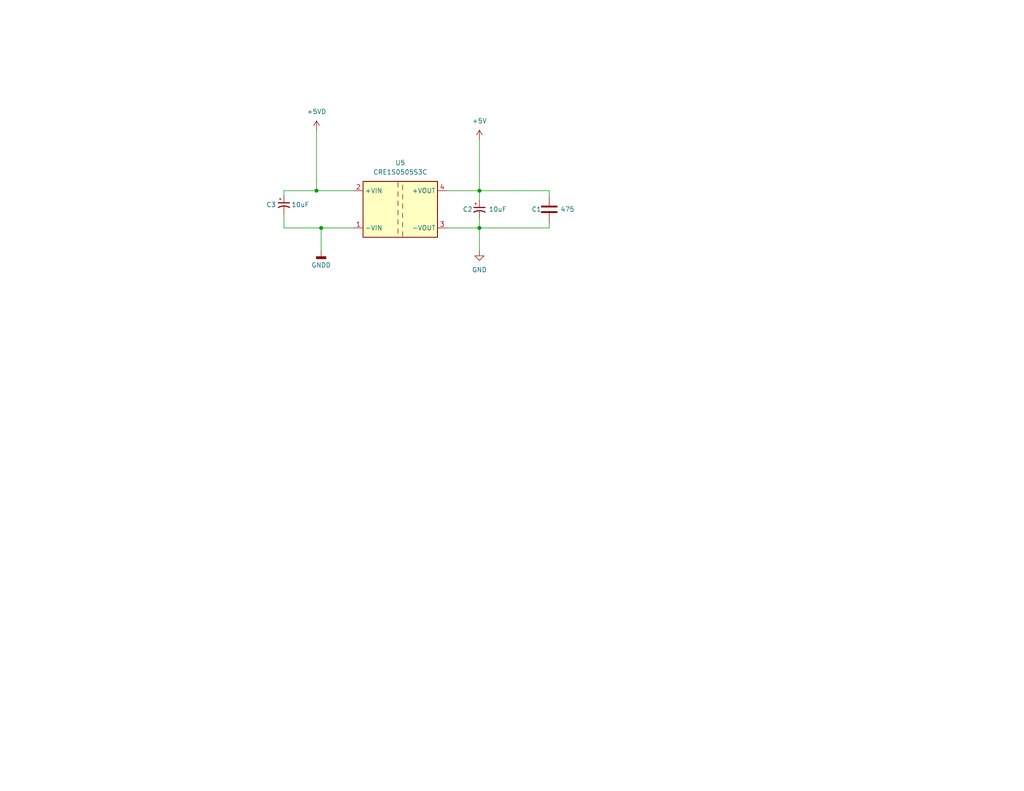
<source format=kicad_sch>
(kicad_sch
	(version 20231120)
	(generator "eeschema")
	(generator_version "8.0")
	(uuid "883ecac5-1a94-4924-9b37-e7e071b86863")
	(paper "USLetter")
	(title_block
		(title "Digital Modes - Radio Interface")
		(rev "0.96")
		(company "VA7DBI")
	)
	(lib_symbols
		(symbol "Device:C"
			(pin_numbers hide)
			(pin_names
				(offset 0.254)
			)
			(exclude_from_sim no)
			(in_bom yes)
			(on_board yes)
			(property "Reference" "C"
				(at 0.635 2.54 0)
				(effects
					(font
						(size 1.27 1.27)
					)
					(justify left)
				)
			)
			(property "Value" "C"
				(at 0.635 -2.54 0)
				(effects
					(font
						(size 1.27 1.27)
					)
					(justify left)
				)
			)
			(property "Footprint" ""
				(at 0.9652 -3.81 0)
				(effects
					(font
						(size 1.27 1.27)
					)
					(hide yes)
				)
			)
			(property "Datasheet" "~"
				(at 0 0 0)
				(effects
					(font
						(size 1.27 1.27)
					)
					(hide yes)
				)
			)
			(property "Description" "Unpolarized capacitor"
				(at 0 0 0)
				(effects
					(font
						(size 1.27 1.27)
					)
					(hide yes)
				)
			)
			(property "ki_keywords" "cap capacitor"
				(at 0 0 0)
				(effects
					(font
						(size 1.27 1.27)
					)
					(hide yes)
				)
			)
			(property "ki_fp_filters" "C_*"
				(at 0 0 0)
				(effects
					(font
						(size 1.27 1.27)
					)
					(hide yes)
				)
			)
			(symbol "C_0_1"
				(polyline
					(pts
						(xy -2.032 -0.762) (xy 2.032 -0.762)
					)
					(stroke
						(width 0.508)
						(type default)
					)
					(fill
						(type none)
					)
				)
				(polyline
					(pts
						(xy -2.032 0.762) (xy 2.032 0.762)
					)
					(stroke
						(width 0.508)
						(type default)
					)
					(fill
						(type none)
					)
				)
			)
			(symbol "C_1_1"
				(pin passive line
					(at 0 3.81 270)
					(length 2.794)
					(name "~"
						(effects
							(font
								(size 1.27 1.27)
							)
						)
					)
					(number "1"
						(effects
							(font
								(size 1.27 1.27)
							)
						)
					)
				)
				(pin passive line
					(at 0 -3.81 90)
					(length 2.794)
					(name "~"
						(effects
							(font
								(size 1.27 1.27)
							)
						)
					)
					(number "2"
						(effects
							(font
								(size 1.27 1.27)
							)
						)
					)
				)
			)
		)
		(symbol "Device:C_Polarized_Small_US"
			(pin_numbers hide)
			(pin_names
				(offset 0.254) hide)
			(exclude_from_sim no)
			(in_bom yes)
			(on_board yes)
			(property "Reference" "C"
				(at 0.254 1.778 0)
				(effects
					(font
						(size 1.27 1.27)
					)
					(justify left)
				)
			)
			(property "Value" "C_Polarized_Small_US"
				(at 0.254 -2.032 0)
				(effects
					(font
						(size 1.27 1.27)
					)
					(justify left)
				)
			)
			(property "Footprint" ""
				(at 0 0 0)
				(effects
					(font
						(size 1.27 1.27)
					)
					(hide yes)
				)
			)
			(property "Datasheet" "~"
				(at 0 0 0)
				(effects
					(font
						(size 1.27 1.27)
					)
					(hide yes)
				)
			)
			(property "Description" "Polarized capacitor, small US symbol"
				(at 0 0 0)
				(effects
					(font
						(size 1.27 1.27)
					)
					(hide yes)
				)
			)
			(property "ki_keywords" "cap capacitor"
				(at 0 0 0)
				(effects
					(font
						(size 1.27 1.27)
					)
					(hide yes)
				)
			)
			(property "ki_fp_filters" "CP_*"
				(at 0 0 0)
				(effects
					(font
						(size 1.27 1.27)
					)
					(hide yes)
				)
			)
			(symbol "C_Polarized_Small_US_0_1"
				(polyline
					(pts
						(xy -1.524 0.508) (xy 1.524 0.508)
					)
					(stroke
						(width 0.3048)
						(type default)
					)
					(fill
						(type none)
					)
				)
				(polyline
					(pts
						(xy -1.27 1.524) (xy -0.762 1.524)
					)
					(stroke
						(width 0)
						(type default)
					)
					(fill
						(type none)
					)
				)
				(polyline
					(pts
						(xy -1.016 1.27) (xy -1.016 1.778)
					)
					(stroke
						(width 0)
						(type default)
					)
					(fill
						(type none)
					)
				)
				(arc
					(start 1.524 -0.762)
					(mid 0 -0.3734)
					(end -1.524 -0.762)
					(stroke
						(width 0.3048)
						(type default)
					)
					(fill
						(type none)
					)
				)
			)
			(symbol "C_Polarized_Small_US_1_1"
				(pin passive line
					(at 0 2.54 270)
					(length 2.032)
					(name "~"
						(effects
							(font
								(size 1.27 1.27)
							)
						)
					)
					(number "1"
						(effects
							(font
								(size 1.27 1.27)
							)
						)
					)
				)
				(pin passive line
					(at 0 -2.54 90)
					(length 2.032)
					(name "~"
						(effects
							(font
								(size 1.27 1.27)
							)
						)
					)
					(number "2"
						(effects
							(font
								(size 1.27 1.27)
							)
						)
					)
				)
			)
		)
		(symbol "Regulator_Switching:CRE1S0505S3C"
			(exclude_from_sim no)
			(in_bom yes)
			(on_board yes)
			(property "Reference" "U"
				(at -8.89 8.89 0)
				(effects
					(font
						(size 1.27 1.27)
					)
				)
			)
			(property "Value" "CRE1S0505S3C"
				(at 2.54 8.89 0)
				(effects
					(font
						(size 1.27 1.27)
					)
				)
			)
			(property "Footprint" "Converter_DCDC:Converter_DCDC_Murata_CRE1xxxxxx3C_THT"
				(at 0 -10.16 0)
				(effects
					(font
						(size 1.27 1.27)
					)
					(hide yes)
				)
			)
			(property "Datasheet" "http://power.murata.com/datasheet?/data/power/ncl/kdc_cre1.pdf"
				(at 0 -12.7 0)
				(effects
					(font
						(size 1.27 1.27)
					)
					(hide yes)
				)
			)
			(property "Description" "5V to 5V 200mA, Isolated 2W Single-Output DC-DC Converter Modules with 3kV isolation, SIP-4"
				(at 0 0 0)
				(effects
					(font
						(size 1.27 1.27)
					)
					(hide yes)
				)
			)
			(property "ki_keywords" "Murata isolated isolation dc-dc converter transformer"
				(at 0 0 0)
				(effects
					(font
						(size 1.27 1.27)
					)
					(hide yes)
				)
			)
			(property "ki_fp_filters" "Converter*DCDC*Murata*CRE1xxxxxx3C*"
				(at 0 0 0)
				(effects
					(font
						(size 1.27 1.27)
					)
					(hide yes)
				)
			)
			(symbol "CRE1S0505S3C_0_1"
				(rectangle
					(start -10.16 7.62)
					(end 10.16 -7.62)
					(stroke
						(width 0.254)
						(type default)
					)
					(fill
						(type background)
					)
				)
				(polyline
					(pts
						(xy -0.635 -5.334) (xy -0.635 -6.604)
					)
					(stroke
						(width 0)
						(type default)
					)
					(fill
						(type none)
					)
				)
				(polyline
					(pts
						(xy -0.635 -2.794) (xy -0.635 -4.064)
					)
					(stroke
						(width 0)
						(type default)
					)
					(fill
						(type none)
					)
				)
				(polyline
					(pts
						(xy -0.635 -0.254) (xy -0.635 -1.524)
					)
					(stroke
						(width 0)
						(type default)
					)
					(fill
						(type none)
					)
				)
				(polyline
					(pts
						(xy -0.635 2.286) (xy -0.635 1.016)
					)
					(stroke
						(width 0)
						(type default)
					)
					(fill
						(type none)
					)
				)
				(polyline
					(pts
						(xy -0.635 4.826) (xy -0.635 3.556)
					)
					(stroke
						(width 0)
						(type default)
					)
					(fill
						(type none)
					)
				)
				(polyline
					(pts
						(xy -0.635 7.366) (xy -0.635 6.096)
					)
					(stroke
						(width 0)
						(type default)
					)
					(fill
						(type none)
					)
				)
				(polyline
					(pts
						(xy 0.635 -7.366) (xy 0.635 -6.096)
					)
					(stroke
						(width 0)
						(type default)
					)
					(fill
						(type none)
					)
				)
				(polyline
					(pts
						(xy 0.635 -4.826) (xy 0.635 -3.556)
					)
					(stroke
						(width 0)
						(type default)
					)
					(fill
						(type none)
					)
				)
				(polyline
					(pts
						(xy 0.635 -2.286) (xy 0.635 -1.016)
					)
					(stroke
						(width 0)
						(type default)
					)
					(fill
						(type none)
					)
				)
				(polyline
					(pts
						(xy 0.635 0.254) (xy 0.635 1.524)
					)
					(stroke
						(width 0)
						(type default)
					)
					(fill
						(type none)
					)
				)
				(polyline
					(pts
						(xy 0.635 2.794) (xy 0.635 4.064)
					)
					(stroke
						(width 0)
						(type default)
					)
					(fill
						(type none)
					)
				)
				(polyline
					(pts
						(xy 0.635 5.334) (xy 0.635 6.604)
					)
					(stroke
						(width 0)
						(type default)
					)
					(fill
						(type none)
					)
				)
			)
			(symbol "CRE1S0505S3C_1_1"
				(pin power_in line
					(at -12.7 -5.08 0)
					(length 2.54)
					(name "-VIN"
						(effects
							(font
								(size 1.27 1.27)
							)
						)
					)
					(number "1"
						(effects
							(font
								(size 1.27 1.27)
							)
						)
					)
				)
				(pin power_in line
					(at -12.7 5.08 0)
					(length 2.54)
					(name "+VIN"
						(effects
							(font
								(size 1.27 1.27)
							)
						)
					)
					(number "2"
						(effects
							(font
								(size 1.27 1.27)
							)
						)
					)
				)
				(pin power_out line
					(at 12.7 -5.08 180)
					(length 2.54)
					(name "-VOUT"
						(effects
							(font
								(size 1.27 1.27)
							)
						)
					)
					(number "3"
						(effects
							(font
								(size 1.27 1.27)
							)
						)
					)
				)
				(pin power_out line
					(at 12.7 5.08 180)
					(length 2.54)
					(name "+VOUT"
						(effects
							(font
								(size 1.27 1.27)
							)
						)
					)
					(number "4"
						(effects
							(font
								(size 1.27 1.27)
							)
						)
					)
				)
			)
		)
		(symbol "power:+5VD"
			(power)
			(pin_numbers hide)
			(pin_names
				(offset 0) hide)
			(exclude_from_sim no)
			(in_bom yes)
			(on_board yes)
			(property "Reference" "#PWR"
				(at 0 -3.81 0)
				(effects
					(font
						(size 1.27 1.27)
					)
					(hide yes)
				)
			)
			(property "Value" "+5VD"
				(at 0 3.556 0)
				(effects
					(font
						(size 1.27 1.27)
					)
				)
			)
			(property "Footprint" ""
				(at 0 0 0)
				(effects
					(font
						(size 1.27 1.27)
					)
					(hide yes)
				)
			)
			(property "Datasheet" ""
				(at 0 0 0)
				(effects
					(font
						(size 1.27 1.27)
					)
					(hide yes)
				)
			)
			(property "Description" "Power symbol creates a global label with name \"+5VD\""
				(at 0 0 0)
				(effects
					(font
						(size 1.27 1.27)
					)
					(hide yes)
				)
			)
			(property "ki_keywords" "global power"
				(at 0 0 0)
				(effects
					(font
						(size 1.27 1.27)
					)
					(hide yes)
				)
			)
			(symbol "+5VD_0_1"
				(polyline
					(pts
						(xy -0.762 1.27) (xy 0 2.54)
					)
					(stroke
						(width 0)
						(type default)
					)
					(fill
						(type none)
					)
				)
				(polyline
					(pts
						(xy 0 0) (xy 0 2.54)
					)
					(stroke
						(width 0)
						(type default)
					)
					(fill
						(type none)
					)
				)
				(polyline
					(pts
						(xy 0 2.54) (xy 0.762 1.27)
					)
					(stroke
						(width 0)
						(type default)
					)
					(fill
						(type none)
					)
				)
			)
			(symbol "+5VD_1_1"
				(pin power_in line
					(at 0 0 90)
					(length 0)
					(name "~"
						(effects
							(font
								(size 1.27 1.27)
							)
						)
					)
					(number "1"
						(effects
							(font
								(size 1.27 1.27)
							)
						)
					)
				)
			)
		)
		(symbol "power:GND"
			(power)
			(pin_numbers hide)
			(pin_names
				(offset 0) hide)
			(exclude_from_sim no)
			(in_bom yes)
			(on_board yes)
			(property "Reference" "#PWR"
				(at 0 -6.35 0)
				(effects
					(font
						(size 1.27 1.27)
					)
					(hide yes)
				)
			)
			(property "Value" "GND"
				(at 0 -3.81 0)
				(effects
					(font
						(size 1.27 1.27)
					)
				)
			)
			(property "Footprint" ""
				(at 0 0 0)
				(effects
					(font
						(size 1.27 1.27)
					)
					(hide yes)
				)
			)
			(property "Datasheet" ""
				(at 0 0 0)
				(effects
					(font
						(size 1.27 1.27)
					)
					(hide yes)
				)
			)
			(property "Description" "Power symbol creates a global label with name \"GND\" , ground"
				(at 0 0 0)
				(effects
					(font
						(size 1.27 1.27)
					)
					(hide yes)
				)
			)
			(property "ki_keywords" "global power"
				(at 0 0 0)
				(effects
					(font
						(size 1.27 1.27)
					)
					(hide yes)
				)
			)
			(symbol "GND_0_1"
				(polyline
					(pts
						(xy 0 0) (xy 0 -1.27) (xy 1.27 -1.27) (xy 0 -2.54) (xy -1.27 -1.27) (xy 0 -1.27)
					)
					(stroke
						(width 0)
						(type default)
					)
					(fill
						(type none)
					)
				)
			)
			(symbol "GND_1_1"
				(pin power_in line
					(at 0 0 270)
					(length 0)
					(name "~"
						(effects
							(font
								(size 1.27 1.27)
							)
						)
					)
					(number "1"
						(effects
							(font
								(size 1.27 1.27)
							)
						)
					)
				)
			)
		)
		(symbol "power:GNDD"
			(power)
			(pin_numbers hide)
			(pin_names
				(offset 0) hide)
			(exclude_from_sim no)
			(in_bom yes)
			(on_board yes)
			(property "Reference" "#PWR"
				(at 0 -6.35 0)
				(effects
					(font
						(size 1.27 1.27)
					)
					(hide yes)
				)
			)
			(property "Value" "GNDD"
				(at 0 -3.175 0)
				(effects
					(font
						(size 1.27 1.27)
					)
				)
			)
			(property "Footprint" ""
				(at 0 0 0)
				(effects
					(font
						(size 1.27 1.27)
					)
					(hide yes)
				)
			)
			(property "Datasheet" ""
				(at 0 0 0)
				(effects
					(font
						(size 1.27 1.27)
					)
					(hide yes)
				)
			)
			(property "Description" "Power symbol creates a global label with name \"GNDD\" , digital ground"
				(at 0 0 0)
				(effects
					(font
						(size 1.27 1.27)
					)
					(hide yes)
				)
			)
			(property "ki_keywords" "global power"
				(at 0 0 0)
				(effects
					(font
						(size 1.27 1.27)
					)
					(hide yes)
				)
			)
			(symbol "GNDD_0_1"
				(rectangle
					(start -1.27 -1.524)
					(end 1.27 -2.032)
					(stroke
						(width 0.254)
						(type default)
					)
					(fill
						(type outline)
					)
				)
				(polyline
					(pts
						(xy 0 0) (xy 0 -1.524)
					)
					(stroke
						(width 0)
						(type default)
					)
					(fill
						(type none)
					)
				)
			)
			(symbol "GNDD_1_1"
				(pin power_in line
					(at 0 0 270)
					(length 0)
					(name "~"
						(effects
							(font
								(size 1.27 1.27)
							)
						)
					)
					(number "1"
						(effects
							(font
								(size 1.27 1.27)
							)
						)
					)
				)
			)
		)
	)
	(junction
		(at 130.81 62.23)
		(diameter 0)
		(color 0 0 0 0)
		(uuid "1a3537c7-58ca-4905-9644-32e13c46e6dc")
	)
	(junction
		(at 86.36 52.07)
		(diameter 0)
		(color 0 0 0 0)
		(uuid "300d4529-8a2a-486a-a690-e26f0421388d")
	)
	(junction
		(at 87.63 62.23)
		(diameter 0)
		(color 0 0 0 0)
		(uuid "8c32feed-e01b-44ce-b91f-bed02bdffd67")
	)
	(junction
		(at 130.81 52.07)
		(diameter 0)
		(color 0 0 0 0)
		(uuid "9815fd13-6f79-423d-a054-1dfbd9e9fcc2")
	)
	(wire
		(pts
			(xy 130.81 62.23) (xy 130.81 59.69)
		)
		(stroke
			(width 0)
			(type default)
		)
		(uuid "06b088a1-ce56-45d5-b981-7089031a3918")
	)
	(wire
		(pts
			(xy 149.86 62.23) (xy 149.86 60.96)
		)
		(stroke
			(width 0)
			(type default)
		)
		(uuid "18b6e72f-407e-438c-bdde-77f2f9c7fedc")
	)
	(wire
		(pts
			(xy 121.92 52.07) (xy 130.81 52.07)
		)
		(stroke
			(width 0)
			(type default)
		)
		(uuid "1dd01fff-fa5d-4d46-8fdf-3f13229883a3")
	)
	(wire
		(pts
			(xy 130.81 62.23) (xy 149.86 62.23)
		)
		(stroke
			(width 0)
			(type default)
		)
		(uuid "1e4b615b-d592-48b2-b7bc-b8337da5ae66")
	)
	(wire
		(pts
			(xy 130.81 52.07) (xy 149.86 52.07)
		)
		(stroke
			(width 0)
			(type default)
		)
		(uuid "2a772eca-2759-4556-bfef-152d6dc41609")
	)
	(wire
		(pts
			(xy 87.63 62.23) (xy 87.63 68.58)
		)
		(stroke
			(width 0)
			(type default)
		)
		(uuid "2baa6b72-2dfa-4e62-9fea-3ef0bc6cdb97")
	)
	(wire
		(pts
			(xy 130.81 52.07) (xy 130.81 54.61)
		)
		(stroke
			(width 0)
			(type default)
		)
		(uuid "3476f7a5-2629-4f99-8e5c-10ccc1806d21")
	)
	(wire
		(pts
			(xy 86.36 35.56) (xy 86.36 52.07)
		)
		(stroke
			(width 0)
			(type default)
		)
		(uuid "3b522d28-de39-47dc-a144-d57f70a3058e")
	)
	(wire
		(pts
			(xy 130.81 52.07) (xy 130.81 38.1)
		)
		(stroke
			(width 0)
			(type default)
		)
		(uuid "648443dd-55c7-452b-b2d6-d67cc6fa6c30")
	)
	(wire
		(pts
			(xy 121.92 62.23) (xy 130.81 62.23)
		)
		(stroke
			(width 0)
			(type default)
		)
		(uuid "773ef204-e706-4881-85c1-0cadffb50c33")
	)
	(wire
		(pts
			(xy 86.36 52.07) (xy 96.52 52.07)
		)
		(stroke
			(width 0)
			(type default)
		)
		(uuid "778da5ce-50ad-4263-b01e-6a1b4860b83e")
	)
	(wire
		(pts
			(xy 77.47 52.07) (xy 86.36 52.07)
		)
		(stroke
			(width 0)
			(type default)
		)
		(uuid "aed2ee41-853f-40a1-b7cd-514d0a328094")
	)
	(wire
		(pts
			(xy 96.52 62.23) (xy 87.63 62.23)
		)
		(stroke
			(width 0)
			(type default)
		)
		(uuid "b4f1e597-5e5b-4e13-bd52-642e26d48399")
	)
	(wire
		(pts
			(xy 130.81 68.58) (xy 130.81 62.23)
		)
		(stroke
			(width 0)
			(type default)
		)
		(uuid "c9b7efe8-c7b2-4b9e-849e-986cff33c9a6")
	)
	(wire
		(pts
			(xy 149.86 53.34) (xy 149.86 52.07)
		)
		(stroke
			(width 0)
			(type default)
		)
		(uuid "cbd928f8-a6e8-4304-9f2c-8bd51d2912d0")
	)
	(wire
		(pts
			(xy 77.47 52.07) (xy 77.47 53.34)
		)
		(stroke
			(width 0)
			(type default)
		)
		(uuid "db8cd7c1-3657-4168-8669-5d86427666f7")
	)
	(wire
		(pts
			(xy 87.63 62.23) (xy 77.47 62.23)
		)
		(stroke
			(width 0)
			(type default)
		)
		(uuid "e0339e41-0f7c-4954-bc16-74c68dcf27ad")
	)
	(wire
		(pts
			(xy 77.47 62.23) (xy 77.47 58.42)
		)
		(stroke
			(width 0)
			(type default)
		)
		(uuid "e7449613-ee62-47c5-94b6-f8811fb6f766")
	)
	(symbol
		(lib_id "Device:C_Polarized_Small_US")
		(at 77.47 55.88 0)
		(unit 1)
		(exclude_from_sim no)
		(in_bom yes)
		(on_board yes)
		(dnp no)
		(uuid "1ed9d659-b1bf-4e29-996a-8f13903bb66b")
		(property "Reference" "C3"
			(at 72.644 55.88 0)
			(effects
				(font
					(size 1.27 1.27)
				)
				(justify left)
			)
		)
		(property "Value" "10uF"
			(at 79.502 55.88 0)
			(effects
				(font
					(size 1.27 1.27)
				)
				(justify left)
			)
		)
		(property "Footprint" ""
			(at 77.47 55.88 0)
			(effects
				(font
					(size 1.27 1.27)
				)
				(hide yes)
			)
		)
		(property "Datasheet" "~"
			(at 77.47 55.88 0)
			(effects
				(font
					(size 1.27 1.27)
				)
				(hide yes)
			)
		)
		(property "Description" "Polarized capacitor, small US symbol"
			(at 77.47 55.88 0)
			(effects
				(font
					(size 1.27 1.27)
				)
				(hide yes)
			)
		)
		(pin "2"
			(uuid "304702c1-60f8-401f-b138-f2e54d3c2449")
		)
		(pin "1"
			(uuid "1ac51c9f-0f44-49f7-b4e5-fd0fd4805a41")
		)
		(instances
			(project "digital-mode-radio-interface"
				(path "/a0d4bcf6-6cac-4e92-853e-9083f008b231/aacc300d-671a-4923-bc80-280628078a5d"
					(reference "C3")
					(unit 1)
				)
			)
		)
	)
	(symbol
		(lib_id "Device:C")
		(at 149.86 57.15 0)
		(unit 1)
		(exclude_from_sim no)
		(in_bom yes)
		(on_board yes)
		(dnp no)
		(uuid "432f18bd-605d-4fd1-800f-d9c96b34b76a")
		(property "Reference" "C1"
			(at 145.034 57.15 0)
			(effects
				(font
					(size 1.27 1.27)
				)
				(justify left)
			)
		)
		(property "Value" "475"
			(at 152.908 57.15 0)
			(effects
				(font
					(size 1.27 1.27)
				)
				(justify left)
			)
		)
		(property "Footprint" ""
			(at 150.8252 60.96 0)
			(effects
				(font
					(size 1.27 1.27)
				)
				(hide yes)
			)
		)
		(property "Datasheet" "~"
			(at 149.86 57.15 0)
			(effects
				(font
					(size 1.27 1.27)
				)
				(hide yes)
			)
		)
		(property "Description" "Unpolarized capacitor"
			(at 149.86 57.15 0)
			(effects
				(font
					(size 1.27 1.27)
				)
				(hide yes)
			)
		)
		(pin "2"
			(uuid "1f971f48-a782-46ed-a532-a0765dd8f762")
		)
		(pin "1"
			(uuid "b12bd7b1-9765-4fca-8917-fcea95f0951b")
		)
		(instances
			(project "digital-mode-radio-interface"
				(path "/a0d4bcf6-6cac-4e92-853e-9083f008b231/aacc300d-671a-4923-bc80-280628078a5d"
					(reference "C1")
					(unit 1)
				)
			)
		)
	)
	(symbol
		(lib_id "power:GNDD")
		(at 87.63 68.58 0)
		(unit 1)
		(exclude_from_sim no)
		(in_bom yes)
		(on_board yes)
		(dnp no)
		(fields_autoplaced yes)
		(uuid "57486641-3c34-4457-a6d9-76f944afb81b")
		(property "Reference" "#PWR01"
			(at 87.63 74.93 0)
			(effects
				(font
					(size 1.27 1.27)
				)
				(hide yes)
			)
		)
		(property "Value" "GNDD"
			(at 87.63 72.39 0)
			(effects
				(font
					(size 1.27 1.27)
				)
			)
		)
		(property "Footprint" ""
			(at 87.63 68.58 0)
			(effects
				(font
					(size 1.27 1.27)
				)
				(hide yes)
			)
		)
		(property "Datasheet" ""
			(at 87.63 68.58 0)
			(effects
				(font
					(size 1.27 1.27)
				)
				(hide yes)
			)
		)
		(property "Description" "Power symbol creates a global label with name \"GNDD\" , digital ground"
			(at 87.63 68.58 0)
			(effects
				(font
					(size 1.27 1.27)
				)
				(hide yes)
			)
		)
		(pin "1"
			(uuid "4a470543-11f1-4525-aff2-da5ff2ea1d2c")
		)
		(instances
			(project "digital-mode-radio-interface"
				(path "/a0d4bcf6-6cac-4e92-853e-9083f008b231/aacc300d-671a-4923-bc80-280628078a5d"
					(reference "#PWR01")
					(unit 1)
				)
			)
		)
	)
	(symbol
		(lib_id "power:+5VD")
		(at 130.81 38.1 0)
		(unit 1)
		(exclude_from_sim no)
		(in_bom yes)
		(on_board yes)
		(dnp no)
		(fields_autoplaced yes)
		(uuid "5c4114e8-a279-4370-91df-39c4ff40f7e8")
		(property "Reference" "#PWR04"
			(at 130.81 41.91 0)
			(effects
				(font
					(size 1.27 1.27)
				)
				(hide yes)
			)
		)
		(property "Value" "+5V"
			(at 130.81 33.02 0)
			(effects
				(font
					(size 1.27 1.27)
				)
			)
		)
		(property "Footprint" ""
			(at 130.81 38.1 0)
			(effects
				(font
					(size 1.27 1.27)
				)
				(hide yes)
			)
		)
		(property "Datasheet" ""
			(at 130.81 38.1 0)
			(effects
				(font
					(size 1.27 1.27)
				)
				(hide yes)
			)
		)
		(property "Description" "Power symbol creates a global label with name \"+5VD\""
			(at 130.81 38.1 0)
			(effects
				(font
					(size 1.27 1.27)
				)
				(hide yes)
			)
		)
		(pin "1"
			(uuid "5ce57f0a-1466-431b-86d7-49220cb70fd4")
		)
		(instances
			(project "digital-mode-radio-interface"
				(path "/a0d4bcf6-6cac-4e92-853e-9083f008b231/aacc300d-671a-4923-bc80-280628078a5d"
					(reference "#PWR04")
					(unit 1)
				)
			)
		)
	)
	(symbol
		(lib_id "power:GND")
		(at 130.81 68.58 0)
		(unit 1)
		(exclude_from_sim no)
		(in_bom yes)
		(on_board yes)
		(dnp no)
		(fields_autoplaced yes)
		(uuid "76c4a6f1-7670-4735-9a08-61e4b1f60f82")
		(property "Reference" "#PWR02"
			(at 130.81 74.93 0)
			(effects
				(font
					(size 1.27 1.27)
				)
				(hide yes)
			)
		)
		(property "Value" "GND"
			(at 130.81 73.66 0)
			(effects
				(font
					(size 1.27 1.27)
				)
			)
		)
		(property "Footprint" ""
			(at 130.81 68.58 0)
			(effects
				(font
					(size 1.27 1.27)
				)
				(hide yes)
			)
		)
		(property "Datasheet" ""
			(at 130.81 68.58 0)
			(effects
				(font
					(size 1.27 1.27)
				)
				(hide yes)
			)
		)
		(property "Description" "Power symbol creates a global label with name \"GND\" , ground"
			(at 130.81 68.58 0)
			(effects
				(font
					(size 1.27 1.27)
				)
				(hide yes)
			)
		)
		(pin "1"
			(uuid "6549a7a1-0a89-48fd-b7bb-5e0f1f506274")
		)
		(instances
			(project "digital-mode-radio-interface"
				(path "/a0d4bcf6-6cac-4e92-853e-9083f008b231/aacc300d-671a-4923-bc80-280628078a5d"
					(reference "#PWR02")
					(unit 1)
				)
			)
		)
	)
	(symbol
		(lib_id "power:+5VD")
		(at 86.36 35.56 0)
		(unit 1)
		(exclude_from_sim no)
		(in_bom yes)
		(on_board yes)
		(dnp no)
		(fields_autoplaced yes)
		(uuid "b44ed478-efbe-4887-a325-c619b9db6c51")
		(property "Reference" "#PWR03"
			(at 86.36 39.37 0)
			(effects
				(font
					(size 1.27 1.27)
				)
				(hide yes)
			)
		)
		(property "Value" "+5VD"
			(at 86.36 30.48 0)
			(effects
				(font
					(size 1.27 1.27)
				)
			)
		)
		(property "Footprint" ""
			(at 86.36 35.56 0)
			(effects
				(font
					(size 1.27 1.27)
				)
				(hide yes)
			)
		)
		(property "Datasheet" ""
			(at 86.36 35.56 0)
			(effects
				(font
					(size 1.27 1.27)
				)
				(hide yes)
			)
		)
		(property "Description" "Power symbol creates a global label with name \"+5VD\""
			(at 86.36 35.56 0)
			(effects
				(font
					(size 1.27 1.27)
				)
				(hide yes)
			)
		)
		(pin "1"
			(uuid "5ce57f0a-1466-431b-86d7-49220cb70fd5")
		)
		(instances
			(project "digital-mode-radio-interface"
				(path "/a0d4bcf6-6cac-4e92-853e-9083f008b231/aacc300d-671a-4923-bc80-280628078a5d"
					(reference "#PWR03")
					(unit 1)
				)
			)
		)
	)
	(symbol
		(lib_id "Device:C_Polarized_Small_US")
		(at 130.81 57.15 0)
		(unit 1)
		(exclude_from_sim no)
		(in_bom yes)
		(on_board yes)
		(dnp no)
		(uuid "e5376cb4-261f-4a51-97e1-03d3e234976c")
		(property "Reference" "C2"
			(at 126.238 57.15 0)
			(effects
				(font
					(size 1.27 1.27)
				)
				(justify left)
			)
		)
		(property "Value" "10uF"
			(at 133.35 57.15 0)
			(effects
				(font
					(size 1.27 1.27)
				)
				(justify left)
			)
		)
		(property "Footprint" ""
			(at 130.81 57.15 0)
			(effects
				(font
					(size 1.27 1.27)
				)
				(hide yes)
			)
		)
		(property "Datasheet" "~"
			(at 130.81 57.15 0)
			(effects
				(font
					(size 1.27 1.27)
				)
				(hide yes)
			)
		)
		(property "Description" "Polarized capacitor, small US symbol"
			(at 130.81 57.15 0)
			(effects
				(font
					(size 1.27 1.27)
				)
				(hide yes)
			)
		)
		(pin "2"
			(uuid "304702c1-60f8-401f-b138-f2e54d3c244a")
		)
		(pin "1"
			(uuid "1ac51c9f-0f44-49f7-b4e5-fd0fd4805a42")
		)
		(instances
			(project "digital-mode-radio-interface"
				(path "/a0d4bcf6-6cac-4e92-853e-9083f008b231/aacc300d-671a-4923-bc80-280628078a5d"
					(reference "C2")
					(unit 1)
				)
			)
		)
	)
	(symbol
		(lib_id "Regulator_Switching:CRE1S0505S3C")
		(at 109.22 57.15 0)
		(unit 1)
		(exclude_from_sim no)
		(in_bom yes)
		(on_board yes)
		(dnp no)
		(fields_autoplaced yes)
		(uuid "ebd5dc61-5914-4f44-aa00-8df4f281c58b")
		(property "Reference" "U5"
			(at 109.22 44.45 0)
			(effects
				(font
					(size 1.27 1.27)
				)
			)
		)
		(property "Value" "CRE1S0505S3C"
			(at 109.22 46.99 0)
			(effects
				(font
					(size 1.27 1.27)
				)
			)
		)
		(property "Footprint" "Converter_DCDC:Converter_DCDC_Murata_CRE1xxxxxx3C_THT"
			(at 109.22 67.31 0)
			(effects
				(font
					(size 1.27 1.27)
				)
				(hide yes)
			)
		)
		(property "Datasheet" "http://power.murata.com/datasheet?/data/power/ncl/kdc_cre1.pdf"
			(at 109.22 69.85 0)
			(effects
				(font
					(size 1.27 1.27)
				)
				(hide yes)
			)
		)
		(property "Description" "5V to 5V 200mA, Isolated 2W Single-Output DC-DC Converter Modules with 3kV isolation, SIP-4"
			(at 109.22 57.15 0)
			(effects
				(font
					(size 1.27 1.27)
				)
				(hide yes)
			)
		)
		(pin "4"
			(uuid "a41023c5-86d7-469b-88fd-43c763247ce2")
		)
		(pin "3"
			(uuid "25da17bc-22c7-4e09-8dca-d9133e2fe9ed")
		)
		(pin "2"
			(uuid "53a26b2c-8712-468b-a248-d044554845d0")
		)
		(pin "1"
			(uuid "c6ca1552-1fec-4e12-a871-01d88402cb00")
		)
		(instances
			(project "digital-mode-radio-interface"
				(path "/a0d4bcf6-6cac-4e92-853e-9083f008b231/aacc300d-671a-4923-bc80-280628078a5d"
					(reference "U5")
					(unit 1)
				)
			)
		)
	)
)

</source>
